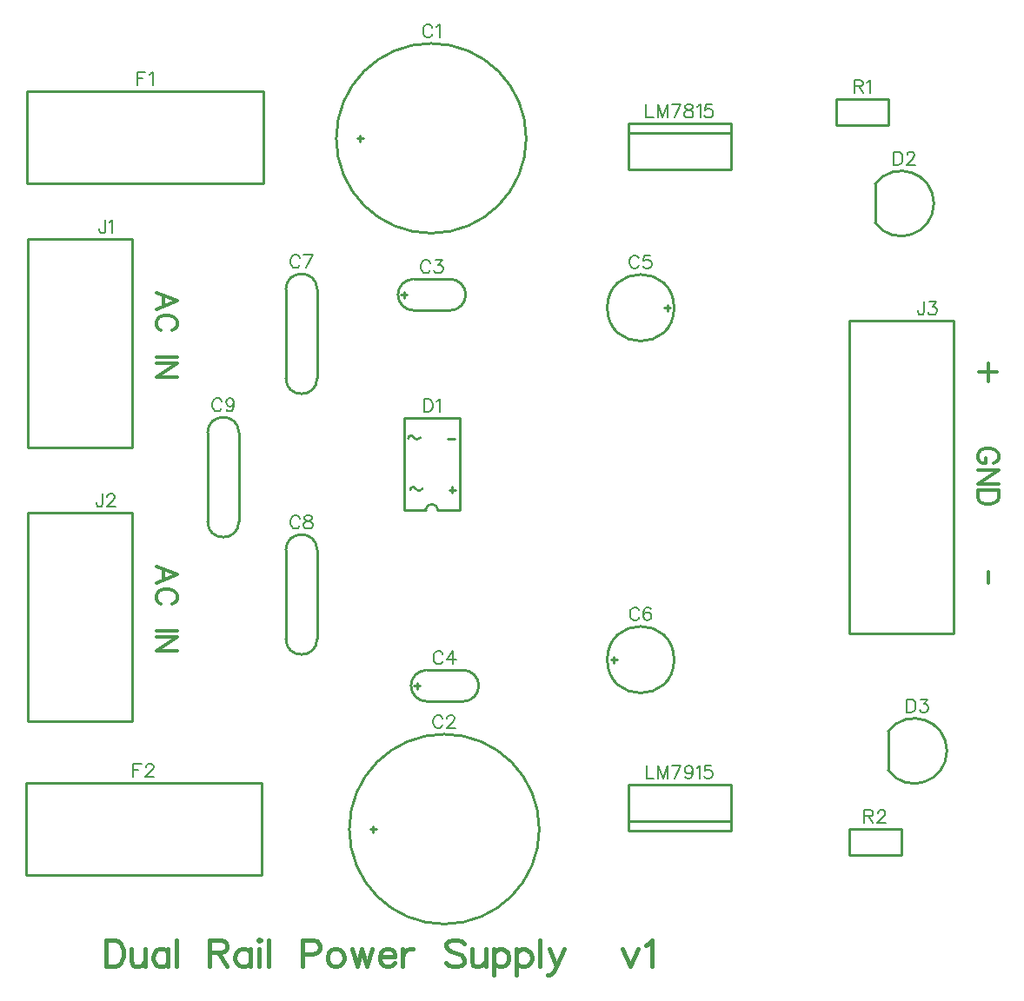
<source format=gto>
G04 DipTrace 2.4.0.2*
%INpsv1.GTO*%
%MOIN*%
%ADD10C,0.0098*%
%ADD71C,0.0077*%
%ADD72C,0.0154*%
%ADD73C,0.0124*%
%FSLAX44Y44*%
G04*
G70*
G90*
G75*
G01*
%LNTopSilk*%
%LPD*%
X17272Y36807D2*
D10*
G02X17272Y36807I3642J0D01*
G01*
X18179Y36689D2*
Y36925D1*
X18061Y36807D2*
X18297D1*
X17772Y10307D2*
G02X17772Y10307I3642J0D01*
G01*
X18679Y10189D2*
Y10425D1*
X18561Y10307D2*
X18797D1*
X20238Y30207D2*
X21636D1*
X20238Y31407D2*
X21636D1*
Y30207D2*
G03X21636Y31407I1J600D01*
G01*
X20238D2*
G03X20238Y30207I-1J-600D01*
G01*
X19874Y30689D2*
Y30925D1*
X19756Y30807D2*
X19992D1*
X20738Y15207D2*
X22136D1*
X20738Y16407D2*
X22136D1*
Y15207D2*
G03X22136Y16407I1J600D01*
G01*
X20738D2*
G03X20738Y15207I-1J-600D01*
G01*
X20374Y15689D2*
Y15925D1*
X20256Y15807D2*
X20492D1*
X27665Y30307D2*
G02X27665Y30307I1280J0D01*
G01*
X29969Y30425D2*
Y30189D1*
X30087Y30307D2*
X29850D1*
X27665Y16807D2*
G02X27665Y16807I1280J0D01*
G01*
X27921Y16689D2*
Y16925D1*
X27803Y16807D2*
X28039D1*
X15337Y31009D2*
Y27605D1*
X16537Y31009D2*
Y27605D1*
X15337D2*
G03X16537Y27605I600J2D01*
G01*
Y31009D2*
G03X15337Y31009I-600J-2D01*
G01*
Y21009D2*
Y17605D1*
X16537Y21009D2*
Y17605D1*
X15337D2*
G03X16537Y17605I600J2D01*
G01*
Y21009D2*
G03X15337Y21009I-600J-2D01*
G01*
X12337Y25509D2*
Y22105D1*
X13537Y25509D2*
Y22105D1*
X12337D2*
G03X13537Y22105I600J2D01*
G01*
Y25509D2*
G03X12337Y25509I-600J-2D01*
G01*
X22000Y26079D2*
X19874D1*
X22000D2*
Y22535D1*
X19874Y26079D2*
Y22535D1*
X22000D2*
X21173D1*
X20701D2*
X19874D1*
X20573Y23357D2*
G02X20313Y23357I-130J77D01*
G01*
X21724Y23205D2*
Y23441D1*
X21606Y23323D2*
X21843D1*
X21803Y25291D2*
X21528D1*
X21173Y22535D2*
G03X20701Y22575I-238J-2D01*
G01*
X20313Y23357D2*
G03X20110Y23323I-98J-34D01*
G01*
X20494Y25326D2*
G02X20234Y25326I-130J75D01*
G01*
G03X20031Y25291I-98J-35D01*
G01*
X37937Y33558D2*
Y35056D1*
X37939Y33555D2*
G03X37939Y35059I998J752D01*
G01*
X38437Y12558D2*
Y14056D1*
X38439Y12555D2*
G03X38439Y14059I998J752D01*
G01*
X5409Y35083D2*
X14465D1*
Y38626D1*
X5409D1*
Y35083D1*
X5362Y8535D2*
X14417D1*
Y12079D1*
X5362D1*
Y8535D1*
X9437Y32937D2*
X5437D1*
Y24937D1*
X9437D1*
Y32937D1*
Y22437D2*
X5437D1*
Y14437D1*
X9437D1*
Y22437D1*
X40937Y29807D2*
X36937D1*
Y17807D1*
X40937D1*
Y29807D1*
X38435Y37307D2*
X36439D1*
Y38307D2*
Y37307D1*
X38435Y38307D2*
X36439D1*
X38435D2*
Y37307D1*
X36939Y10307D2*
X38935D1*
Y9307D2*
Y10307D1*
X36939Y9307D2*
X38935D1*
X36939D2*
Y10307D1*
X28469Y37370D2*
X32406D1*
Y35598D1*
X28469D1*
Y37370D1*
Y37016D2*
X32406D1*
Y10244D2*
X28469D1*
Y12016D1*
X32406D1*
Y10244D1*
Y10598D2*
X28469D1*
X20956Y41062D2*
D71*
X20932Y41109D1*
X20884Y41157D1*
X20836Y41181D1*
X20741D1*
X20692Y41157D1*
X20645Y41109D1*
X20621Y41062D1*
X20597Y40990D1*
Y40870D1*
X20621Y40799D1*
X20645Y40750D1*
X20692Y40703D1*
X20741Y40679D1*
X20836D1*
X20884Y40703D1*
X20932Y40750D1*
X20956Y40799D1*
X21110Y41085D2*
X21158Y41109D1*
X21230Y41180D1*
Y40679D1*
X21348Y14562D2*
X21324Y14609D1*
X21276Y14657D1*
X21229Y14681D1*
X21133D1*
X21085Y14657D1*
X21037Y14609D1*
X21013Y14562D1*
X20989Y14490D1*
Y14370D1*
X21013Y14299D1*
X21037Y14250D1*
X21085Y14203D1*
X21133Y14179D1*
X21229D1*
X21276Y14203D1*
X21324Y14250D1*
X21348Y14299D1*
X21527Y14561D2*
Y14585D1*
X21551Y14633D1*
X21574Y14657D1*
X21622Y14680D1*
X21718D1*
X21766Y14657D1*
X21789Y14633D1*
X21814Y14585D1*
Y14537D1*
X21789Y14489D1*
X21742Y14418D1*
X21502Y14179D1*
X21837D1*
X20872Y32020D2*
X20848Y32067D1*
X20800Y32116D1*
X20752Y32139D1*
X20657D1*
X20609Y32116D1*
X20561Y32067D1*
X20537Y32020D1*
X20513Y31948D1*
Y31828D1*
X20537Y31757D1*
X20561Y31709D1*
X20609Y31661D1*
X20657Y31637D1*
X20752D1*
X20800Y31661D1*
X20848Y31709D1*
X20872Y31757D1*
X21074Y32139D2*
X21337D1*
X21194Y31948D1*
X21265D1*
X21313Y31924D1*
X21337Y31900D1*
X21361Y31828D1*
Y31781D1*
X21337Y31709D1*
X21289Y31661D1*
X21217Y31637D1*
X21145D1*
X21074Y31661D1*
X21050Y31685D1*
X21026Y31733D1*
X21360Y17020D2*
X21336Y17067D1*
X21288Y17116D1*
X21240Y17139D1*
X21145D1*
X21097Y17116D1*
X21049Y17067D1*
X21025Y17020D1*
X21001Y16948D1*
Y16828D1*
X21025Y16757D1*
X21049Y16709D1*
X21097Y16661D1*
X21145Y16637D1*
X21240D1*
X21288Y16661D1*
X21336Y16709D1*
X21360Y16757D1*
X21754Y16637D2*
Y17139D1*
X21514Y16804D1*
X21873D1*
X28880Y32199D2*
X28856Y32247D1*
X28808Y32295D1*
X28760Y32319D1*
X28665D1*
X28616Y32295D1*
X28569Y32247D1*
X28545Y32199D1*
X28521Y32128D1*
Y32008D1*
X28545Y31936D1*
X28569Y31888D1*
X28616Y31841D1*
X28665Y31816D1*
X28760D1*
X28808Y31841D1*
X28856Y31888D1*
X28880Y31936D1*
X29321Y32318D2*
X29082D1*
X29058Y32103D1*
X29082Y32127D1*
X29154Y32151D1*
X29225D1*
X29297Y32127D1*
X29345Y32080D1*
X29369Y32008D1*
Y31960D1*
X29345Y31888D1*
X29297Y31840D1*
X29225Y31816D1*
X29154D1*
X29082Y31840D1*
X29058Y31865D1*
X29034Y31912D1*
X28892Y18699D2*
X28868Y18747D1*
X28820Y18795D1*
X28772Y18819D1*
X28677D1*
X28629Y18795D1*
X28581Y18747D1*
X28557Y18699D1*
X28533Y18628D1*
Y18508D1*
X28557Y18436D1*
X28581Y18388D1*
X28629Y18341D1*
X28677Y18316D1*
X28772D1*
X28820Y18341D1*
X28868Y18388D1*
X28892Y18436D1*
X29333Y18747D2*
X29309Y18795D1*
X29237Y18818D1*
X29190D1*
X29118Y18795D1*
X29070Y18723D1*
X29046Y18603D1*
Y18484D1*
X29070Y18388D1*
X29118Y18340D1*
X29190Y18316D1*
X29214D1*
X29285Y18340D1*
X29333Y18388D1*
X29357Y18460D1*
Y18484D1*
X29333Y18556D1*
X29285Y18603D1*
X29214Y18627D1*
X29190D1*
X29118Y18603D1*
X29070Y18556D1*
X29046Y18484D1*
X15872Y32220D2*
X15848Y32267D1*
X15800Y32316D1*
X15752Y32339D1*
X15657D1*
X15609Y32316D1*
X15561Y32267D1*
X15537Y32220D1*
X15513Y32148D1*
Y32028D1*
X15537Y31957D1*
X15561Y31909D1*
X15609Y31861D1*
X15657Y31837D1*
X15752D1*
X15800Y31861D1*
X15848Y31909D1*
X15872Y31957D1*
X16122Y31837D2*
X16361Y32339D1*
X16026D1*
X15872Y22220D2*
X15848Y22267D1*
X15800Y22316D1*
X15753Y22339D1*
X15657D1*
X15609Y22316D1*
X15561Y22267D1*
X15537Y22220D1*
X15513Y22148D1*
Y22028D1*
X15537Y21957D1*
X15561Y21909D1*
X15609Y21861D1*
X15657Y21837D1*
X15753D1*
X15800Y21861D1*
X15848Y21909D1*
X15872Y21957D1*
X16146Y22339D2*
X16074Y22315D1*
X16050Y22267D1*
Y22219D1*
X16074Y22172D1*
X16122Y22148D1*
X16218Y22124D1*
X16289Y22100D1*
X16337Y22052D1*
X16361Y22004D1*
Y21933D1*
X16337Y21885D1*
X16313Y21861D1*
X16241Y21837D1*
X16146D1*
X16074Y21861D1*
X16050Y21885D1*
X16026Y21933D1*
Y22004D1*
X16050Y22052D1*
X16098Y22100D1*
X16170Y22124D1*
X16265Y22148D1*
X16313Y22172D1*
X16337Y22219D1*
Y22267D1*
X16313Y22315D1*
X16241Y22339D1*
X16146D1*
X12884Y26720D2*
X12860Y26767D1*
X12812Y26816D1*
X12764Y26839D1*
X12669D1*
X12620Y26816D1*
X12573Y26767D1*
X12549Y26720D1*
X12525Y26648D1*
Y26528D1*
X12549Y26457D1*
X12573Y26409D1*
X12620Y26361D1*
X12669Y26337D1*
X12764D1*
X12812Y26361D1*
X12860Y26409D1*
X12884Y26457D1*
X13349Y26672D2*
X13325Y26600D1*
X13277Y26552D1*
X13205Y26528D1*
X13182D1*
X13110Y26552D1*
X13062Y26600D1*
X13038Y26672D1*
Y26696D1*
X13062Y26767D1*
X13110Y26815D1*
X13182Y26839D1*
X13205D1*
X13277Y26815D1*
X13325Y26767D1*
X13349Y26672D1*
Y26552D1*
X13325Y26433D1*
X13277Y26361D1*
X13205Y26337D1*
X13158D1*
X13086Y26361D1*
X13062Y26409D1*
X20632Y26811D2*
Y26309D1*
X20800D1*
X20872Y26333D1*
X20920Y26380D1*
X20944Y26429D1*
X20967Y26500D1*
Y26620D1*
X20944Y26692D1*
X20920Y26739D1*
X20872Y26787D1*
X20800Y26811D1*
X20632D1*
X21122Y26715D2*
X21170Y26739D1*
X21242Y26810D1*
Y26309D1*
X38650Y36289D2*
Y35787D1*
X38817D1*
X38889Y35811D1*
X38937Y35859D1*
X38961Y35907D1*
X38985Y35978D1*
Y36098D1*
X38961Y36170D1*
X38937Y36217D1*
X38889Y36265D1*
X38817Y36289D1*
X38650D1*
X39164Y36169D2*
Y36193D1*
X39187Y36241D1*
X39211Y36265D1*
X39259Y36289D1*
X39355D1*
X39402Y36265D1*
X39426Y36241D1*
X39450Y36193D1*
Y36145D1*
X39426Y36097D1*
X39379Y36026D1*
X39139Y35787D1*
X39474D1*
X39150Y15289D2*
Y14787D1*
X39317D1*
X39389Y14811D1*
X39437Y14859D1*
X39461Y14907D1*
X39485Y14978D1*
Y15098D1*
X39461Y15170D1*
X39437Y15217D1*
X39389Y15265D1*
X39317Y15289D1*
X39150D1*
X39687D2*
X39950D1*
X39807Y15097D1*
X39879D1*
X39926Y15074D1*
X39950Y15050D1*
X39974Y14978D1*
Y14930D1*
X39950Y14859D1*
X39902Y14810D1*
X39831Y14787D1*
X39759D1*
X39687Y14810D1*
X39664Y14835D1*
X39639Y14882D1*
X9955Y39358D2*
X9644D1*
Y38856D1*
Y39119D2*
X9835D1*
X10110Y39262D2*
X10158Y39286D1*
X10230Y39358D1*
Y38856D1*
X9801Y12811D2*
X9490D1*
Y12309D1*
Y12572D2*
X9681D1*
X9979Y12691D2*
Y12715D1*
X10003Y12763D1*
X10027Y12787D1*
X10075Y12810D1*
X10171D1*
X10218Y12787D1*
X10242Y12763D1*
X10266Y12715D1*
Y12667D1*
X10242Y12619D1*
X10194Y12548D1*
X9955Y12309D1*
X10290D1*
X8420Y33669D2*
Y33287D1*
X8396Y33215D1*
X8371Y33191D1*
X8324Y33167D1*
X8276D1*
X8228Y33191D1*
X8205Y33215D1*
X8180Y33287D1*
Y33334D1*
X8574Y33573D2*
X8622Y33597D1*
X8694Y33669D1*
Y33167D1*
X8312Y23169D2*
Y22787D1*
X8288Y22715D1*
X8264Y22691D1*
X8216Y22667D1*
X8168D1*
X8121Y22691D1*
X8097Y22715D1*
X8073Y22787D1*
Y22834D1*
X8491Y23049D2*
Y23073D1*
X8514Y23121D1*
X8538Y23145D1*
X8586Y23169D1*
X8682D1*
X8729Y23145D1*
X8753Y23121D1*
X8778Y23073D1*
Y23026D1*
X8753Y22977D1*
X8706Y22906D1*
X8466Y22667D1*
X8801D1*
X39812Y30539D2*
Y30157D1*
X39788Y30085D1*
X39764Y30061D1*
X39716Y30037D1*
X39668D1*
X39621Y30061D1*
X39597Y30085D1*
X39573Y30157D1*
Y30204D1*
X40014Y30539D2*
X40277D1*
X40134Y30348D1*
X40206D1*
X40253Y30324D1*
X40277Y30300D1*
X40301Y30228D1*
Y30181D1*
X40277Y30109D1*
X40229Y30061D1*
X40158Y30037D1*
X40086D1*
X40014Y30061D1*
X39991Y30085D1*
X39966Y30133D1*
X37132Y38800D2*
X37347D1*
X37419Y38824D1*
X37444Y38848D1*
X37467Y38896D1*
Y38944D1*
X37444Y38991D1*
X37419Y39016D1*
X37347Y39039D1*
X37132D1*
Y38537D1*
X37300Y38800D2*
X37467Y38537D1*
X37622Y38943D2*
X37670Y38967D1*
X37742Y39039D1*
Y38537D1*
X37525Y10800D2*
X37740D1*
X37812Y10824D1*
X37836Y10848D1*
X37860Y10896D1*
Y10944D1*
X37836Y10991D1*
X37812Y11016D1*
X37740Y11039D1*
X37525D1*
Y10537D1*
X37692Y10800D2*
X37860Y10537D1*
X38039Y10919D2*
Y10943D1*
X38062Y10991D1*
X38086Y11015D1*
X38134Y11039D1*
X38230D1*
X38277Y11015D1*
X38301Y10991D1*
X38325Y10943D1*
Y10896D1*
X38301Y10848D1*
X38254Y10776D1*
X38014Y10537D1*
X38349D1*
X29154Y38102D2*
Y37600D1*
X29441D1*
X29978D2*
Y38102D1*
X29787Y37600D1*
X29596Y38102D1*
Y37600D1*
X30228D2*
X30467Y38102D1*
X30132D1*
X30741D2*
X30670Y38078D1*
X30645Y38030D1*
Y37982D1*
X30670Y37935D1*
X30717Y37911D1*
X30813Y37887D1*
X30885Y37863D1*
X30932Y37815D1*
X30956Y37767D1*
Y37696D1*
X30932Y37648D1*
X30909Y37624D1*
X30837Y37600D1*
X30741D1*
X30670Y37624D1*
X30645Y37648D1*
X30622Y37696D1*
Y37767D1*
X30645Y37815D1*
X30694Y37863D1*
X30765Y37887D1*
X30860Y37911D1*
X30909Y37935D1*
X30932Y37982D1*
Y38030D1*
X30909Y38078D1*
X30837Y38102D1*
X30741D1*
X31110Y38006D2*
X31159Y38030D1*
X31230Y38102D1*
Y37600D1*
X31672Y38102D2*
X31433D1*
X31409Y37887D1*
X31433Y37911D1*
X31505Y37935D1*
X31576D1*
X31648Y37911D1*
X31696Y37863D1*
X31720Y37791D1*
Y37744D1*
X31696Y37672D1*
X31648Y37624D1*
X31576Y37600D1*
X31505D1*
X31433Y37624D1*
X31409Y37648D1*
X31385Y37696D1*
X29166Y12748D2*
Y12246D1*
X29453D1*
X29990D2*
Y12748D1*
X29798Y12246D1*
X29607Y12748D1*
Y12246D1*
X30240D2*
X30479Y12747D1*
X30144D1*
X30944Y12581D2*
X30920Y12509D1*
X30873Y12461D1*
X30801Y12437D1*
X30777D1*
X30705Y12461D1*
X30658Y12509D1*
X30633Y12581D1*
Y12604D1*
X30658Y12676D1*
X30705Y12724D1*
X30777Y12747D1*
X30801D1*
X30873Y12724D1*
X30920Y12676D1*
X30944Y12581D1*
Y12461D1*
X30920Y12341D1*
X30873Y12269D1*
X30801Y12246D1*
X30753D1*
X30681Y12269D1*
X30658Y12317D1*
X31099Y12652D2*
X31147Y12676D1*
X31219Y12747D1*
Y12246D1*
X31660Y12747D2*
X31421D1*
X31398Y12532D1*
X31421Y12556D1*
X31493Y12581D1*
X31564D1*
X31636Y12556D1*
X31684Y12509D1*
X31708Y12437D1*
Y12389D1*
X31684Y12317D1*
X31636Y12269D1*
X31564Y12246D1*
X31493D1*
X31421Y12269D1*
X31398Y12294D1*
X31373Y12341D1*
X8437Y6045D2*
D72*
Y5040D1*
X8772D1*
X8916Y5089D1*
X9012Y5184D1*
X9059Y5280D1*
X9107Y5423D1*
Y5663D1*
X9059Y5806D1*
X9012Y5901D1*
X8916Y5998D1*
X8772Y6045D1*
X8437D1*
X9416Y5710D2*
Y5232D1*
X9463Y5089D1*
X9559Y5040D1*
X9703D1*
X9798Y5089D1*
X9942Y5232D1*
Y5710D2*
Y5040D1*
X10824Y5710D2*
Y5040D1*
Y5566D2*
X10729Y5663D1*
X10633Y5710D1*
X10490D1*
X10394Y5663D1*
X10299Y5566D1*
X10251Y5423D1*
Y5328D1*
X10299Y5184D1*
X10394Y5089D1*
X10490Y5040D1*
X10633D1*
X10729Y5089D1*
X10824Y5184D1*
X11133Y6045D2*
Y5040D1*
X12414Y5566D2*
X12844D1*
X12988Y5615D1*
X13036Y5663D1*
X13084Y5758D1*
Y5854D1*
X13036Y5949D1*
X12988Y5998D1*
X12844Y6045D1*
X12414D1*
Y5040D1*
X12749Y5566D2*
X13084Y5040D1*
X13966Y5710D2*
Y5040D1*
Y5566D2*
X13871Y5663D1*
X13775Y5710D1*
X13632D1*
X13536Y5663D1*
X13441Y5566D1*
X13393Y5423D1*
Y5328D1*
X13441Y5184D1*
X13536Y5089D1*
X13632Y5040D1*
X13775D1*
X13871Y5089D1*
X13966Y5184D1*
X14275Y6045D2*
X14323Y5998D1*
X14371Y6045D1*
X14323Y6094D1*
X14275Y6045D1*
X14323Y5710D2*
Y5040D1*
X14680Y6045D2*
Y5040D1*
X15961Y5519D2*
X16392D1*
X16534Y5566D1*
X16583Y5615D1*
X16631Y5710D1*
Y5854D1*
X16583Y5949D1*
X16534Y5998D1*
X16392Y6045D1*
X15961D1*
Y5040D1*
X17178Y5710D2*
X17083Y5663D1*
X16987Y5566D1*
X16939Y5423D1*
Y5328D1*
X16987Y5184D1*
X17083Y5089D1*
X17178Y5040D1*
X17322D1*
X17418Y5089D1*
X17513Y5184D1*
X17562Y5328D1*
Y5423D1*
X17513Y5566D1*
X17418Y5663D1*
X17322Y5710D1*
X17178D1*
X17871D2*
X18062Y5040D1*
X18253Y5710D1*
X18444Y5040D1*
X18635Y5710D1*
X18944Y5423D2*
X19518D1*
Y5519D1*
X19470Y5615D1*
X19423Y5663D1*
X19327Y5710D1*
X19183D1*
X19088Y5663D1*
X18992Y5566D1*
X18944Y5423D1*
Y5328D1*
X18992Y5184D1*
X19088Y5089D1*
X19183Y5040D1*
X19327D1*
X19423Y5089D1*
X19518Y5184D1*
X19827Y5710D2*
Y5040D1*
Y5423D2*
X19875Y5566D1*
X19970Y5663D1*
X20067Y5710D1*
X20210D1*
X22161Y5901D2*
X22066Y5998D1*
X21922Y6045D1*
X21731D1*
X21587Y5998D1*
X21491Y5901D1*
Y5806D1*
X21540Y5710D1*
X21587Y5663D1*
X21682Y5615D1*
X21970Y5519D1*
X22066Y5471D1*
X22113Y5423D1*
X22161Y5328D1*
Y5184D1*
X22066Y5089D1*
X21922Y5040D1*
X21731D1*
X21587Y5089D1*
X21491Y5184D1*
X22470Y5710D2*
Y5232D1*
X22517Y5089D1*
X22613Y5040D1*
X22757D1*
X22852Y5089D1*
X22996Y5232D1*
Y5710D2*
Y5040D1*
X23305Y5710D2*
Y4705D1*
Y5566D2*
X23401Y5662D1*
X23496Y5710D1*
X23640D1*
X23736Y5662D1*
X23831Y5566D1*
X23880Y5423D1*
Y5327D1*
X23831Y5184D1*
X23736Y5088D1*
X23640Y5040D1*
X23496D1*
X23401Y5088D1*
X23305Y5184D1*
X24188Y5710D2*
Y4705D1*
Y5566D2*
X24284Y5662D1*
X24380Y5710D1*
X24523D1*
X24619Y5662D1*
X24714Y5566D1*
X24763Y5423D1*
Y5327D1*
X24714Y5184D1*
X24619Y5088D1*
X24523Y5040D1*
X24380D1*
X24284Y5088D1*
X24188Y5184D1*
X25072Y6045D2*
Y5040D1*
X25429Y5710D2*
X25716Y5040D1*
X25621Y4849D1*
X25524Y4753D1*
X25429Y4705D1*
X25381D1*
X26003Y5710D2*
X25716Y5040D1*
X28256Y5710D2*
X28543Y5040D1*
X28830Y5710D1*
X29138Y5853D2*
X29235Y5901D1*
X29378Y6044D1*
Y5040D1*
X10362Y30262D2*
D73*
X11166Y30569D1*
X10362Y30875D1*
X10630Y30760D2*
Y30377D1*
X10975Y29441D2*
X11051Y29480D1*
X11128Y29556D1*
X11166Y29632D1*
Y29785D1*
X11128Y29862D1*
X11051Y29938D1*
X10975Y29977D1*
X10860Y30015D1*
X10668D1*
X10554Y29977D1*
X10477Y29938D1*
X10401Y29862D1*
X10362Y29785D1*
Y29632D1*
X10401Y29556D1*
X10477Y29480D1*
X10554Y29441D1*
X11166Y28417D2*
X10362D1*
X11166Y27634D2*
X10362D1*
X11166Y28170D1*
X10362D1*
Y19762D2*
X11166Y20069D1*
X10362Y20375D1*
X10630Y20260D2*
Y19877D1*
X10975Y18941D2*
X11051Y18980D1*
X11128Y19056D1*
X11166Y19132D1*
Y19285D1*
X11128Y19362D1*
X11051Y19438D1*
X10975Y19477D1*
X10860Y19515D1*
X10668D1*
X10554Y19477D1*
X10477Y19438D1*
X10401Y19362D1*
X10362Y19285D1*
Y19132D1*
X10401Y19056D1*
X10477Y18980D1*
X10554Y18941D1*
X11166Y17917D2*
X10362D1*
X11166Y17134D2*
X10362D1*
X11166Y17670D1*
X10362D1*
X42608Y27839D2*
X41919D1*
X42263Y28183D2*
Y27494D1*
X42475Y24340D2*
X42551Y24378D1*
X42628Y24455D1*
X42666Y24531D1*
Y24684D1*
X42628Y24761D1*
X42551Y24837D1*
X42475Y24876D1*
X42360Y24914D1*
X42168D1*
X42054Y24876D1*
X41977Y24837D1*
X41901Y24761D1*
X41862Y24684D1*
Y24531D1*
X41901Y24455D1*
X41977Y24378D1*
X42054Y24340D1*
X42168D1*
Y24531D1*
X42666Y23557D2*
X41862D1*
X42666Y24093D1*
X41862D1*
X42666Y23310D2*
X41862D1*
Y23042D1*
X41901Y22927D1*
X41977Y22850D1*
X42054Y22812D1*
X42168Y22774D1*
X42360D1*
X42475Y22812D1*
X42551Y22850D1*
X42628Y22927D1*
X42666Y23042D1*
Y23310D1*
X42263Y20195D2*
Y19752D1*
M02*

</source>
